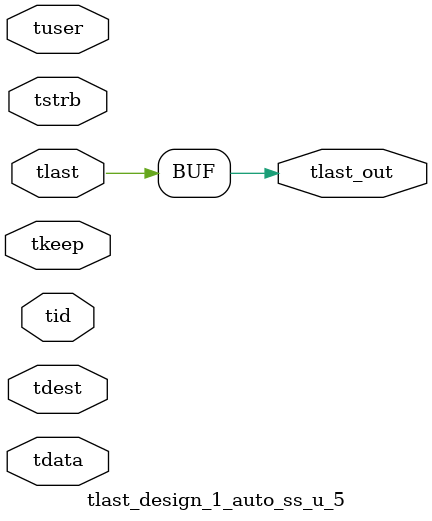
<source format=v>


`timescale 1ps/1ps

module tlast_design_1_auto_ss_u_5 #
(
parameter C_S_AXIS_TID_WIDTH   = 1,
parameter C_S_AXIS_TUSER_WIDTH = 0,
parameter C_S_AXIS_TDATA_WIDTH = 0,
parameter C_S_AXIS_TDEST_WIDTH = 0
)
(
input  [(C_S_AXIS_TID_WIDTH   == 0 ? 1 : C_S_AXIS_TID_WIDTH)-1:0       ] tid,
input  [(C_S_AXIS_TDATA_WIDTH == 0 ? 1 : C_S_AXIS_TDATA_WIDTH)-1:0     ] tdata,
input  [(C_S_AXIS_TUSER_WIDTH == 0 ? 1 : C_S_AXIS_TUSER_WIDTH)-1:0     ] tuser,
input  [(C_S_AXIS_TDEST_WIDTH == 0 ? 1 : C_S_AXIS_TDEST_WIDTH)-1:0     ] tdest,
input  [(C_S_AXIS_TDATA_WIDTH/8)-1:0 ] tkeep,
input  [(C_S_AXIS_TDATA_WIDTH/8)-1:0 ] tstrb,
input  [0:0]                                                             tlast,
output                                                                   tlast_out
);

assign tlast_out = {tlast};

endmodule


</source>
